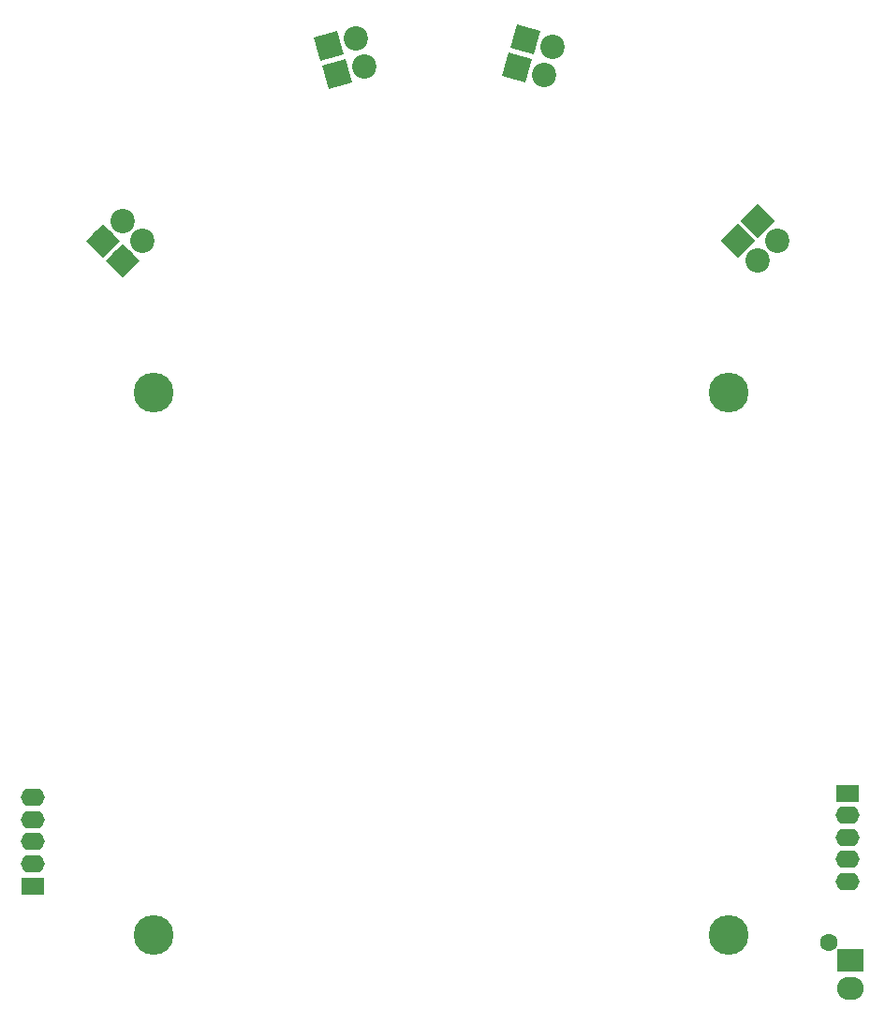
<source format=gbs>
G04 #@! TF.GenerationSoftware,KiCad,Pcbnew,(5.0.0)*
G04 #@! TF.CreationDate,2019-10-13T01:49:24+09:00*
G04 #@! TF.ProjectId,MicroNaos,4D6963726F4E616F732E6B696361645F,rev?*
G04 #@! TF.SameCoordinates,Original*
G04 #@! TF.FileFunction,Soldermask,Bot*
G04 #@! TF.FilePolarity,Negative*
%FSLAX46Y46*%
G04 Gerber Fmt 4.6, Leading zero omitted, Abs format (unit mm)*
G04 Created by KiCad (PCBNEW (5.0.0)) date 10/13/19 01:49:24*
%MOMM*%
%LPD*%
G01*
G04 APERTURE LIST*
%ADD10O,2.150000X1.600000*%
%ADD11R,2.150000X1.600000*%
%ADD12R,2.400000X2.100000*%
%ADD13O,2.400000X2.100000*%
%ADD14C,1.600000*%
%ADD15C,2.200000*%
%ADD16C,0.100000*%
%ADD17C,3.600000*%
G04 APERTURE END LIST*
D10*
G04 #@! TO.C,J3*
X191770000Y-123190000D03*
X191770000Y-121190000D03*
X191770000Y-119190000D03*
X191770000Y-117190000D03*
D11*
X191770000Y-115190000D03*
G04 #@! TD*
D12*
G04 #@! TO.C,J1*
X192024000Y-130302000D03*
D13*
X192024000Y-132802000D03*
D14*
X190024000Y-128702000D03*
G04 #@! TD*
D11*
G04 #@! TO.C,J2*
X118110000Y-123570000D03*
D10*
X118110000Y-121570000D03*
X118110000Y-119570000D03*
X118110000Y-117570000D03*
X118110000Y-115570000D03*
G04 #@! TD*
D15*
G04 #@! TO.C,D3*
X181845949Y-65259949D03*
D16*
G36*
X180290314Y-65259949D02*
X181845949Y-63704314D01*
X183401584Y-65259949D01*
X181845949Y-66815584D01*
X180290314Y-65259949D01*
X180290314Y-65259949D01*
G37*
D15*
X183642000Y-67056000D03*
G04 #@! TD*
G04 #@! TO.C,D4*
X148082000Y-49530000D03*
X145628548Y-50187400D03*
D16*
G36*
X144850731Y-51534619D02*
X144281329Y-49409583D01*
X146406365Y-48840181D01*
X146975767Y-50965217D01*
X144850731Y-51534619D01*
X144850731Y-51534619D01*
G37*
G04 #@! TD*
D15*
G04 #@! TO.C,D5*
X185420000Y-65278000D03*
X183623949Y-63481949D03*
D16*
G36*
X182068314Y-63481949D02*
X183623949Y-61926314D01*
X185179584Y-63481949D01*
X183623949Y-65037584D01*
X182068314Y-63481949D01*
X182068314Y-63481949D01*
G37*
G04 #@! TD*
D15*
G04 #@! TO.C,D7*
X128016000Y-65278000D03*
X126219949Y-67074051D03*
D16*
G36*
X126219949Y-68629686D02*
X124664314Y-67074051D01*
X126219949Y-65518416D01*
X127775584Y-67074051D01*
X126219949Y-68629686D01*
X126219949Y-68629686D01*
G37*
G04 #@! TD*
D15*
G04 #@! TO.C,D8*
X161884548Y-49634600D03*
D16*
G36*
X160537329Y-50412417D02*
X161106731Y-48287381D01*
X163231767Y-48856783D01*
X162662365Y-50981819D01*
X160537329Y-50412417D01*
X160537329Y-50412417D01*
G37*
D15*
X164338000Y-50292000D03*
G04 #@! TD*
G04 #@! TO.C,D9*
X162646548Y-47094600D03*
D16*
G36*
X161299329Y-47872417D02*
X161868731Y-45747381D01*
X163993767Y-46316783D01*
X163424365Y-48441819D01*
X161299329Y-47872417D01*
X161299329Y-47872417D01*
G37*
D15*
X165100000Y-47752000D03*
G04 #@! TD*
G04 #@! TO.C,D10*
X144866548Y-47647400D03*
D16*
G36*
X144088731Y-48994619D02*
X143519329Y-46869583D01*
X145644365Y-46300181D01*
X146213767Y-48425217D01*
X144088731Y-48994619D01*
X144088731Y-48994619D01*
G37*
D15*
X147320000Y-46990000D03*
G04 #@! TD*
G04 #@! TO.C,D11*
X126238000Y-63500000D03*
X124441949Y-65296051D03*
D16*
G36*
X124441949Y-66851686D02*
X122886314Y-65296051D01*
X124441949Y-63740416D01*
X125997584Y-65296051D01*
X124441949Y-66851686D01*
X124441949Y-66851686D01*
G37*
G04 #@! TD*
D17*
G04 #@! TO.C,REF\002A\002A*
X181000000Y-79000000D03*
G04 #@! TD*
G04 #@! TO.C,REF\002A\002A*
X129000000Y-79000000D03*
G04 #@! TD*
G04 #@! TO.C,REF\002A\002A*
X129000000Y-128000000D03*
G04 #@! TD*
G04 #@! TO.C,REF\002A\002A*
X181000000Y-128000000D03*
G04 #@! TD*
M02*

</source>
